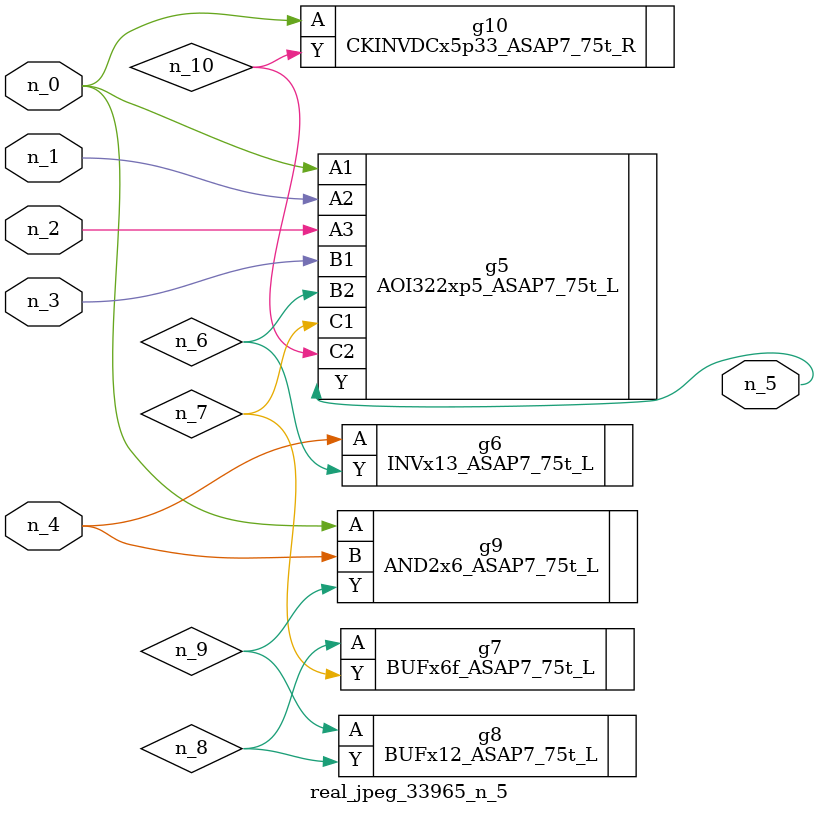
<source format=v>
module real_jpeg_33965_n_5 (n_4, n_0, n_1, n_2, n_3, n_5);

input n_4;
input n_0;
input n_1;
input n_2;
input n_3;

output n_5;

wire n_8;
wire n_6;
wire n_7;
wire n_10;
wire n_9;

AOI322xp5_ASAP7_75t_L g5 ( 
.A1(n_0),
.A2(n_1),
.A3(n_2),
.B1(n_3),
.B2(n_6),
.C1(n_7),
.C2(n_10),
.Y(n_5)
);

AND2x6_ASAP7_75t_L g9 ( 
.A(n_0),
.B(n_4),
.Y(n_9)
);

CKINVDCx5p33_ASAP7_75t_R g10 ( 
.A(n_0),
.Y(n_10)
);

INVx13_ASAP7_75t_L g6 ( 
.A(n_4),
.Y(n_6)
);

BUFx6f_ASAP7_75t_L g7 ( 
.A(n_8),
.Y(n_7)
);

BUFx12_ASAP7_75t_L g8 ( 
.A(n_9),
.Y(n_8)
);


endmodule
</source>
